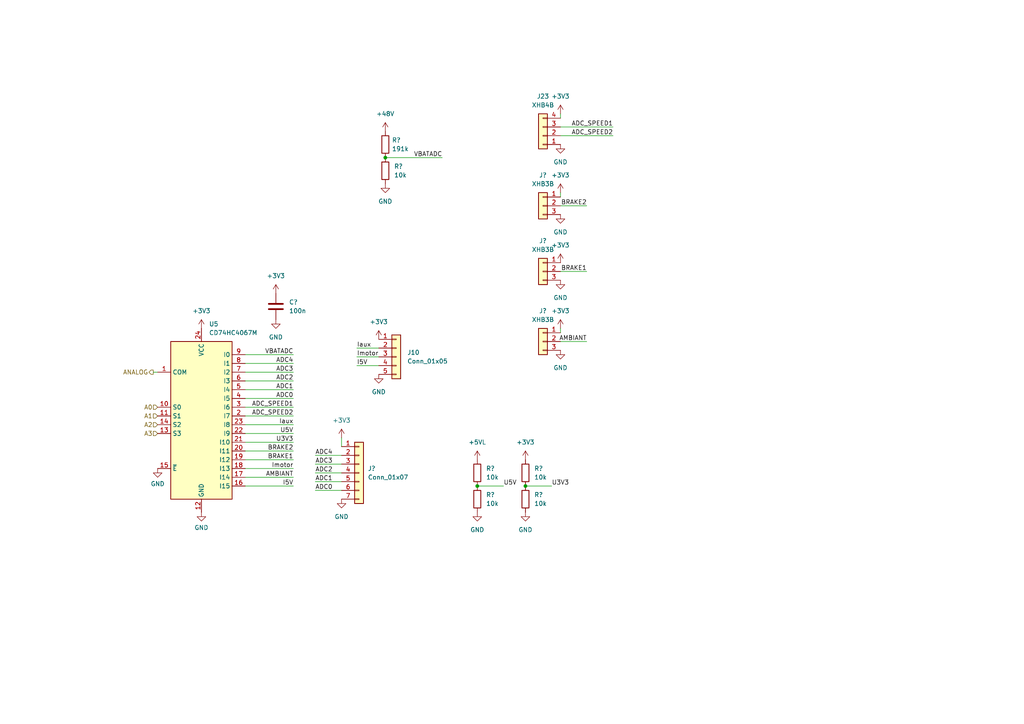
<source format=kicad_sch>
(kicad_sch (version 20230121) (generator eeschema)
  (paper "A4")
  (lib_symbols
    (symbol "74xx:CD74HC4067M"
      (property "Reference" "U" (at -8.89 22.86 0))
      (property "Value" "CD74HC4067M" (at 1.27 22.86 0))
      (symbol "CD74HC4067M_0_1"
        (rectangle (start -8.89 21.59) (end 8.89 -24.13) (stroke (width 0.254)) (fill (type background)))
      )
      (symbol "CD74HC4067M_1_1"
        (pin passive line (at -12.7 12.7 0) (length 3.81) (name "COM") (number "1"))
        (pin input line (at -12.7 2.54 0) (length 3.81) (name "S0") (number "10"))
        (pin input line (at -12.7 0 0) (length 3.81) (name "S1") (number "11"))
        (pin power_in line (at 0 -27.94 90) (length 3.81) (name "GND") (number "12"))
        (pin input line (at -12.7 -5.08 0) (length 3.81) (name "S3") (number "13"))
        (pin input line (at -12.7 -2.54 0) (length 3.81) (name "S2") (number "14"))
        (pin input line (at -12.7 -15.24 0) (length 3.81) (name "~{E}") (number "15"))
        (pin passive line (at 12.7 -20.32 180) (length 3.81) (name "I15") (number "16"))
        (pin passive line (at 12.7 -17.78 180) (length 3.81) (name "I14") (number "17"))
        (pin passive line (at 12.7 -15.24 180) (length 3.81) (name "I13") (number "18"))
        (pin passive line (at 12.7 -12.7 180) (length 3.81) (name "I12") (number "19"))
        (pin passive line (at 12.7 0 180) (length 3.81) (name "I7") (number "2"))
        (pin passive line (at 12.7 -10.16 180) (length 3.81) (name "I11") (number "20"))
        (pin passive line (at 12.7 -7.62 180) (length 3.81) (name "I10") (number "21"))
        (pin passive line (at 12.7 -5.08 180) (length 3.81) (name "I9") (number "22"))
        (pin passive line (at 12.7 -2.54 180) (length 3.81) (name "I8") (number "23"))
        (pin power_in line (at 0 25.4 270) (length 3.81) (name "VCC") (number "24"))
        (pin passive line (at 12.7 2.54 180) (length 3.81) (name "I6") (number "3"))
        (pin passive line (at 12.7 5.08 180) (length 3.81) (name "I5") (number "4"))
        (pin passive line (at 12.7 7.62 180) (length 3.81) (name "I4") (number "5"))
        (pin passive line (at 12.7 10.16 180) (length 3.81) (name "I3") (number "6"))
        (pin passive line (at 12.7 12.7 180) (length 3.81) (name "I2") (number "7"))
        (pin passive line (at 12.7 15.24 180) (length 3.81) (name "I1") (number "8"))
        (pin passive line (at 12.7 17.78 180) (length 3.81) (name "I0") (number "9"))
      )
    )
    (symbol "Connector_Generic:Conn_01x03" (pin_names (offset 1.016) hide)
      (property "Reference" "J" (at 0 5.08 0))
      (property "Value" "Conn_01x03" (at 0 -5.08 0))
      (symbol "Conn_01x03_1_1"
        (rectangle (start -1.27 -2.413) (end 0 -2.667) (stroke (width 0.1524)))
        (rectangle (start -1.27 0.127) (end 0 -0.127) (stroke (width 0.1524)))
        (rectangle (start -1.27 2.667) (end 0 2.413) (stroke (width 0.1524)))
        (rectangle (start -1.27 3.81) (end 1.27 -3.81) (stroke (width 0.254)) (fill (type background)))
        (pin passive line (at -5.08 2.54 0) (length 3.81) (name "Pin_1") (number "1"))
        (pin passive line (at -5.08 0 0) (length 3.81) (name "Pin_2") (number "2"))
        (pin passive line (at -5.08 -2.54 0) (length 3.81) (name "Pin_3") (number "3"))
      )
    )
    (symbol "Connector_Generic:Conn_01x04" (pin_names (offset 1.016) hide)
      (property "Reference" "J" (at 0 5.08 0))
      (property "Value" "Conn_01x04" (at 0 -7.62 0))
      (symbol "Conn_01x04_1_1"
        (rectangle (start -1.27 -4.953) (end 0 -5.207) (stroke (width 0.1524)))
        (rectangle (start -1.27 -2.413) (end 0 -2.667) (stroke (width 0.1524)))
        (rectangle (start -1.27 0.127) (end 0 -0.127) (stroke (width 0.1524)))
        (rectangle (start -1.27 2.667) (end 0 2.413) (stroke (width 0.1524)))
        (rectangle (start -1.27 3.81) (end 1.27 -6.35) (stroke (width 0.254)) (fill (type background)))
        (pin passive line (at -5.08 2.54 0) (length 3.81) (name "Pin_1") (number "1"))
        (pin passive line (at -5.08 0 0) (length 3.81) (name "Pin_2") (number "2"))
        (pin passive line (at -5.08 -2.54 0) (length 3.81) (name "Pin_3") (number "3"))
        (pin passive line (at -5.08 -5.08 0) (length 3.81) (name "Pin_4") (number "4"))
      )
    )
    (symbol "Connector_Generic:Conn_01x05" (pin_names (offset 1.016) hide)
      (property "Reference" "J" (at 0 7.62 0))
      (property "Value" "Conn_01x05" (at 0 -7.62 0))
      (symbol "Conn_01x05_1_1"
        (rectangle (start -1.27 -4.953) (end 0 -5.207) (stroke (width 0.1524)))
        (rectangle (start -1.27 -2.413) (end 0 -2.667) (stroke (width 0.1524)))
        (rectangle (start -1.27 0.127) (end 0 -0.127) (stroke (width 0.1524)))
        (rectangle (start -1.27 2.667) (end 0 2.413) (stroke (width 0.1524)))
        (rectangle (start -1.27 5.207) (end 0 4.953) (stroke (width 0.1524)))
        (rectangle (start -1.27 6.35) (end 1.27 -6.35) (stroke (width 0.254)) (fill (type background)))
        (pin passive line (at -5.08 5.08 0) (length 3.81) (name "Pin_1") (number "1"))
        (pin passive line (at -5.08 2.54 0) (length 3.81) (name "Pin_2") (number "2"))
        (pin passive line (at -5.08 0 0) (length 3.81) (name "Pin_3") (number "3"))
        (pin passive line (at -5.08 -2.54 0) (length 3.81) (name "Pin_4") (number "4"))
        (pin passive line (at -5.08 -5.08 0) (length 3.81) (name "Pin_5") (number "5"))
      )
    )
    (symbol "Connector_Generic:Conn_01x07" (pin_names (offset 1.016) hide)
      (property "Reference" "J" (at 0 10.16 0))
      (property "Value" "Conn_01x07" (at 0 -10.16 0))
      (symbol "Conn_01x07_1_1"
        (rectangle (start -1.27 -7.493) (end 0 -7.747) (stroke (width 0.1524)))
        (rectangle (start -1.27 -4.953) (end 0 -5.207) (stroke (width 0.1524)))
        (rectangle (start -1.27 -2.413) (end 0 -2.667) (stroke (width 0.1524)))
        (rectangle (start -1.27 0.127) (end 0 -0.127) (stroke (width 0.1524)))
        (rectangle (start -1.27 2.667) (end 0 2.413) (stroke (width 0.1524)))
        (rectangle (start -1.27 5.207) (end 0 4.953) (stroke (width 0.1524)))
        (rectangle (start -1.27 7.747) (end 0 7.493) (stroke (width 0.1524)))
        (rectangle (start -1.27 8.89) (end 1.27 -8.89) (stroke (width 0.254)) (fill (type background)))
        (pin passive line (at -5.08 7.62 0) (length 3.81) (name "Pin_1") (number "1"))
        (pin passive line (at -5.08 5.08 0) (length 3.81) (name "Pin_2") (number "2"))
        (pin passive line (at -5.08 2.54 0) (length 3.81) (name "Pin_3") (number "3"))
        (pin passive line (at -5.08 0 0) (length 3.81) (name "Pin_4") (number "4"))
        (pin passive line (at -5.08 -2.54 0) (length 3.81) (name "Pin_5") (number "5"))
        (pin passive line (at -5.08 -5.08 0) (length 3.81) (name "Pin_6") (number "6"))
        (pin passive line (at -5.08 -7.62 0) (length 3.81) (name "Pin_7") (number "7"))
      )
    )
    (symbol "Device:C" (pin_numbers hide) (pin_names (offset 0.254))
      (property "Reference" "C" (at 0.635 2.54 0))
      (property "Value" "C" (at 0.635 -2.54 0))
      (symbol "C_0_1"
        (polyline (pts (xy -2.032 -0.762) (xy 2.032 -0.762)) (stroke (width 0.508)))
        (polyline (pts (xy -2.032 0.762) (xy 2.032 0.762)) (stroke (width 0.508)))
      )
      (symbol "C_1_1"
        (pin passive line (at 0 3.81 270) (length 2.794) (name "~") (number "1"))
        (pin passive line (at 0 -3.81 90) (length 2.794) (name "~") (number "2"))
      )
    )
    (symbol "Device:R" (pin_numbers hide) (pin_names (offset 0))
      (property "Reference" "R" (at 2.032 0 90))
      (property "Value" "R" (at 0 0 90))
      (symbol "R_0_1"
        (rectangle (start -1.016 -2.54) (end 1.016 2.54) (stroke (width 0.254)))
      )
      (symbol "R_1_1"
        (pin passive line (at 0 3.81 270) (length 1.27) (name "~") (number "1"))
        (pin passive line (at 0 -3.81 90) (length 1.27) (name "~") (number "2"))
      )
    )
    (symbol "power:+3V3" (power) (pin_names (offset 0))
      (property "Value" "+3V3" (at 0 3.556 0))
      (symbol "+3V3_0_1"
        (polyline (pts (xy -0.762 1.27) (xy 0 2.54)))
        (polyline (pts (xy 0 0) (xy 0 2.54)))
        (polyline (pts (xy 0 2.54) (xy 0.762 1.27)))
      )
      (symbol "+3V3_1_1"
        (pin power_in line (at 0 0 90) (length 0) hide (name "+3V3") (number "1"))
      )
    )
    (symbol "power:+48V" (power) (pin_names (offset 0))
      (property "Value" "+48V" (at 0 3.556 0))
      (symbol "+48V_0_1"
        (polyline (pts (xy -0.762 1.27) (xy 0 2.54)))
        (polyline (pts (xy 0 0) (xy 0 2.54)))
        (polyline (pts (xy 0 2.54) (xy 0.762 1.27)))
      )
      (symbol "+48V_1_1"
        (pin power_in line (at 0 0 90) (length 0) hide (name "+48V") (number "1"))
      )
    )
    (symbol "power:+5VL" (power) (pin_names (offset 0))
      (property "Value" "+5VL" (at 0 3.556 0))
      (symbol "+5VL_0_1"
        (polyline (pts (xy -0.762 1.27) (xy 0 2.54)))
        (polyline (pts (xy 0 0) (xy 0 2.54)))
        (polyline (pts (xy 0 2.54) (xy 0.762 1.27)))
      )
      (symbol "+5VL_1_1"
        (pin power_in line (at 0 0 90) (length 0) hide (name "+5VL") (number "1"))
      )
    )
    (symbol "power:GND" (power) (pin_names (offset 0))
      (property "Value" "GND" (at 0 -3.81 0))
      (symbol "GND_0_1"
        (polyline (pts (xy 0 0) (xy 0 -1.27) (xy 1.27 -1.27) (xy 0 -2.54) (xy -1.27 -1.27) (xy 0 -1.27)))
      )
      (symbol "GND_1_1"
        (pin power_in line (at 0 0 270) (length 0) hide (name "GND") (number "1"))
      )
    )
  )
  (junction (at 138.43 140.97))
  (junction (at 111.76 45.72))
  (junction (at 152.4 140.97))
  (wire (pts (xy 71.12 105.41) (xy 85.09 105.41)))
  (wire (pts (xy 71.12 135.89) (xy 85.09 135.89)))
  (wire (pts (xy 71.12 140.97) (xy 85.09 140.97)))
  (wire (pts (xy 71.12 110.49) (xy 85.09 110.49)))
  (wire (pts (xy 71.12 113.03) (xy 85.09 113.03)))
  (wire (pts (xy 152.4 140.97) (xy 160.02 140.97)))
  (wire (pts (xy 71.12 130.81) (xy 85.09 130.81)))
  (wire (pts (xy 103.505 100.965) (xy 109.855 100.965)))
  (wire (pts (xy 162.56 55.88) (xy 162.56 57.15)))
  (wire (pts (xy 91.44 134.62) (xy 99.06 134.62)))
  (wire (pts (xy 162.56 59.69) (xy 170.18 59.69)))
  (wire (pts (xy 91.44 139.7) (xy 99.06 139.7)))
  (wire (pts (xy 162.56 33.02) (xy 162.56 34.29)))
  (wire (pts (xy 103.505 106.045) (xy 109.855 106.045)))
  (wire (pts (xy 71.12 115.57) (xy 85.09 115.57)))
  (wire (pts (xy 44.45 107.95) (xy 45.72 107.95)))
  (wire (pts (xy 162.56 99.06) (xy 170.18 99.06)))
  (wire (pts (xy 71.12 102.87) (xy 85.09 102.87)))
  (wire (pts (xy 99.06 127) (xy 99.06 129.54)))
  (wire (pts (xy 85.09 138.43) (xy 71.12 138.43)))
  (wire (pts (xy 71.12 120.65) (xy 85.09 120.65)))
  (wire (pts (xy 71.12 118.11) (xy 85.09 118.11)))
  (wire (pts (xy 162.56 36.83) (xy 177.8 36.83)))
  (wire (pts (xy 162.56 95.25) (xy 162.56 96.52)))
  (wire (pts (xy 91.44 137.16) (xy 99.06 137.16)))
  (wire (pts (xy 162.56 39.37) (xy 177.8 39.37)))
  (wire (pts (xy 71.12 107.95) (xy 85.09 107.95)))
  (wire (pts (xy 162.56 78.74) (xy 170.18 78.74)))
  (wire (pts (xy 103.505 103.505) (xy 109.855 103.505)))
  (wire (pts (xy 91.44 142.24) (xy 99.06 142.24)))
  (wire (pts (xy 71.12 123.19) (xy 85.09 123.19)))
  (wire (pts (xy 111.76 45.72) (xy 128.27 45.72)))
  (wire (pts (xy 138.43 140.97) (xy 146.05 140.97)))
  (wire (pts (xy 71.12 125.73) (xy 85.09 125.73)))
  (wire (pts (xy 71.12 133.35) (xy 85.09 133.35)))
  (wire (pts (xy 85.09 128.27) (xy 71.12 128.27)))
  (wire (pts (xy 91.44 132.08) (xy 99.06 132.08)))
  (label "I5V" (at 85.09 140.97 180))
  (label "ADC3" (at 91.44 134.62 0))
  (label "Iaux" (at 103.505 100.965 0))
  (label "ADC0" (at 91.44 142.24 0))
  (label "ADC2" (at 91.44 137.16 0))
  (label "ADC1" (at 91.44 139.7 0))
  (label "Iaux" (at 85.09 123.19 180))
  (label "U5V" (at 146.05 140.97 0))
  (label "VBATADC" (at 128.27 45.72 180))
  (label "BRAKE1" (at 170.18 78.74 180))
  (label "VBATADC" (at 85.09 102.87 180))
  (label "AMBIANT" (at 170.18 99.06 180))
  (label "U5V" (at 85.09 125.73 180))
  (label "I5V" (at 103.505 106.045 0))
  (label "AMBIANT" (at 85.09 138.43 180))
  (label "ADC_SPEED1" (at 85.09 118.11 180))
  (label "BRAKE2" (at 85.09 130.81 180))
  (label "ADC_SPEED1" (at 177.8 36.83 180))
  (label "U3V3" (at 85.09 128.27 180))
  (label "ADC0" (at 85.09 115.57 180))
  (label "ADC_SPEED2" (at 85.09 120.65 180))
  (label "ADC2" (at 85.09 110.49 180))
  (label "BRAKE1" (at 85.09 133.35 180))
  (label "BRAKE2" (at 170.18 59.69 180))
  (label "ADC4" (at 85.09 105.41 180))
  (label "ADC1" (at 85.09 113.03 180))
  (label "Imotor" (at 103.505 103.505 0))
  (label "ADC_SPEED2" (at 177.8 39.37 180))
  (label "ADC3" (at 85.09 107.95 180))
  (label "U3V3" (at 160.02 140.97 0))
  (label "ADC4" (at 91.44 132.08 0))
  (label "Imotor" (at 85.09 135.89 180))
  (hierarchical_label "ANALOG" (shape output) (at 44.45 107.95 180))
  (hierarchical_label "A0" (shape input) (at 45.72 118.11 180))
  (hierarchical_label "A2" (shape input) (at 45.72 123.19 180))
  (hierarchical_label "A1" (shape input) (at 45.72 120.65 180))
  (hierarchical_label "A3" (shape input) (at 45.72 125.73 180))
  (symbol (lib_id "power:GND") (at 109.855 108.585 0) (unit 1)
    (property "Reference" "#PWR?" (effects hide))
    (property "Value" "GND" (at 109.855 113.665 0))
    (instances (project "speedomobile" (path "" (reference "#PWR?") (unit 1)) (path "" (reference "#PWR08") (unit 1))))
  )
  (symbol (lib_id "Device:C") (at 80.01 88.9 0) (unit 1)
    (property "Reference" "C?" (at 83.82 87.63 0) (effects (justify left)))
    (property "Value" "100n" (at 83.82 90.17 0) (effects (justify left)))
    (property "Footprint" "Capacitor_SMD:C_1206_3216Metric" (effects hide))
    (property "mouser" " 80-C1206C104K5R " (effects hide))
    (instances (project "speedomobile" (path "" (reference "C?") (unit 1)) (path "" (reference "C4") (unit 1))))
  )
  (symbol (lib_id "power:+3V3") (at 109.855 98.425 0) (unit 1)
    (property "Reference" "#PWR?" (effects hide))
    (property "Value" "+3V3" (at 109.855 93.345 0))
    (instances (project "speedomobile" (path "" (reference "#PWR?") (unit 1)) (path "" (reference "#PWR05") (unit 1))))
  )
  (symbol (lib_id "power:GND") (at 162.56 81.28 0) (mirror y) (unit 1)
    (property "Reference" "#PWR?" (effects hide))
    (property "Value" "GND" (at 162.56 86.36 0))
    (instances (project "speedomobile" (path "" (reference "#PWR?") (unit 1)) (path "" (reference "#PWR066") (unit 1))))
  )
  (symbol (lib_id "power:GND") (at 58.42 148.59 0) (unit 1)
    (property "Reference" "#PWR?" (effects hide))
    (property "Value" "GND" (at 58.42 153.035 0))
    (instances (project "speedomobile" (path "" (reference "#PWR?") (unit 1)) (path "" (reference "#PWR050") (unit 1))))
  )
  (symbol (lib_id "power:+3V3") (at 99.06 127 0) (unit 1)
    (property "Reference" "#PWR?" (effects hide))
    (property "Value" "+3V3" (at 99.06 121.92 0))
    (instances (project "speedomobile" (path "" (reference "#PWR?") (unit 1)) (path "" (reference "#PWR028") (unit 1))))
  )
  (symbol (lib_id "power:GND") (at 45.72 135.89 0) (unit 1)
    (property "Reference" "#PWR?" (effects hide))
    (property "Value" "GND" (at 45.72 140.335 0))
    (instances (project "speedomobile" (path "" (reference "#PWR?") (unit 1)) (path "" (reference "#PWR048") (unit 1))))
  )
  (symbol (lib_id "power:+3V3") (at 162.56 55.88 0) (unit 1)
    (property "Reference" "#PWR?" (effects hide))
    (property "Value" "+3V3" (at 162.56 50.8 0))
    (instances (project "speedomobile" (path "" (reference "#PWR?") (unit 1)) (path "" (reference "#PWR032") (unit 1))))
  )
  (symbol (lib_id "power:GND") (at 138.43 148.59 0) (unit 1)
    (property "Reference" "#PWR?" (effects hide))
    (property "Value" "GND" (at 138.43 153.67 0))
    (instances (project "speedomobile" (path "" (reference "#PWR?") (unit 1)) (path "" (reference "#PWR058") (unit 1))))
  )
  (symbol (lib_id "power:+3V3") (at 162.56 33.02 0) (unit 1)
    (property "Reference" "#PWR?" (effects hide))
    (property "Value" "+3V3" (at 162.56 27.94 0))
    (instances (project "speedomobile" (path "" (reference "#PWR?") (unit 1)) (path "" (reference "#PWR033") (unit 1))))
  )
  (symbol (lib_id "Device:R") (at 111.76 49.53 0) (unit 1)
    (property "Reference" "R?" (at 114.3 48.2599 0) (effects (justify left)))
    (property "Value" "10k" (at 114.3 50.7999 0) (effects (justify left)))
    (property "Footprint" "Resistor_SMD:R_1206_3216Metric" (effects hide))
    (property "mouser" " 603-AC1206FR-0710KL " (effects hide))
    (instances (project "speedomobile" (path "" (reference "R?") (unit 1)) (path "" (reference "R8") (unit 1))))
  )
  (symbol (lib_id "Connector_Generic:Conn_01x03") (at 157.48 59.69 0) (mirror y) (unit 1)
    (property "Reference" "J?" (at 157.48 50.8 0))
    (property "Value" "XHB3B" (at 157.48 53.34 0))
    (property "Footprint" "Connector_JST:JST_XH_B3B-XH-A_1x03_P2.50mm_Vertical" (effects hide))
    (instances (project "speedomobile" (path "" (reference "J?") (unit 1)) (path "" (reference "J24") (unit 1))))
  )
  (symbol (lib_id "74xx:CD74HC4067M") (at 58.42 120.65 0) (unit 1)
    (property "Reference" "U5" (at 60.6141 93.98 0) (effects (justify left)))
    (property "Value" "CD74HC4067M" (at 60.6141 96.52 0) (effects (justify left)))
    (property "Footprint" "Package_SO:SOIC-24W_7.5x15.4mm_P1.27mm" (effects hide))
    (property "Datasheet" "http://www.ti.com/lit/ds/symlink/cd74hc4067.pdf" (effects hide))
    (property "mouser" " 771-74HC4067PW-T " (effects hide))
  )
  (symbol (lib_id "Connector_Generic:Conn_01x04") (at 157.48 39.37 180) (unit 1)
    (property "Reference" "J23" (at 157.48 27.94 0))
    (property "Value" "XHB4B" (at 157.48 30.48 0))
    (property "Footprint" "Connector_JST:JST_XH_B4B-XH-A_1x04_P2.50mm_Vertical" (effects hide))
  )
  (symbol (lib_id "power:GND") (at 111.76 53.34 0) (unit 1)
    (property "Reference" "#PWR056" (effects hide))
    (property "Value" "GND" (at 111.76 58.42 0))
  )
  (symbol (lib_id "Device:R") (at 138.43 137.16 0) (unit 1)
    (property "Reference" "R?" (at 140.97 135.89 0) (effects (justify left)))
    (property "Value" "10k" (at 140.97 138.43 0) (effects (justify left)))
    (property "Footprint" "Resistor_SMD:R_1206_3216Metric" (effects hide))
    (property "mouser" " 603-AC1206FR-0710KL " (effects hide))
    (instances (project "speedomobile" (path "" (reference "R?") (unit 1)) (path "" (reference "R10") (unit 1))))
  )
  (symbol (lib_id "power:+3V3") (at 80.01 85.09 0) (unit 1)
    (property "Reference" "#PWR?" (effects hide))
    (property "Value" "+3V3" (at 80.01 80.01 0))
    (instances (project "speedomobile" (path "" (reference "#PWR?") (unit 1)) (path "" (reference "#PWR026") (unit 1))))
  )
  (symbol (lib_id "Connector_Generic:Conn_01x07") (at 104.14 137.16 0) (unit 1)
    (property "Reference" "J?" (at 106.68 135.89 0) (effects (justify left)))
    (property "Value" "Conn_01x07" (at 106.68 138.43 0) (effects (justify left)))
    (property "Footprint" "Connector_JST:JST_XH_B7B-XH-A_1x07_P2.50mm_Vertical" (effects hide))
    (instances (project "speedomobile" (path "" (reference "J?") (unit 1)) (path "" (reference "J7") (unit 1)) (path "" (reference "J22") (unit 1))))
  )
  (symbol (lib_id "power:GND") (at 99.06 144.78 0) (unit 1)
    (property "Reference" "#PWR054" (effects hide))
    (property "Value" "GND" (at 99.06 149.86 0))
  )
  (symbol (lib_id "power:+48V") (at 111.76 38.1 0) (unit 1)
    (property "Reference" "#PWR055" (effects hide))
    (property "Value" "+48V" (at 111.76 33.02 0))
  )
  (symbol (lib_id "power:+3V3") (at 58.42 95.25 0) (unit 1)
    (property "Reference" "#PWR?" (effects hide))
    (property "Value" "+3V3" (at 58.42 90.17 0))
    (instances (project "speedomobile" (path "" (reference "#PWR?") (unit 1)) (path "" (reference "#PWR029") (unit 1))))
  )
  (symbol (lib_id "power:GND") (at 162.56 101.6 0) (unit 1)
    (property "Reference" "#PWR?" (effects hide))
    (property "Value" "GND" (at 162.56 106.68 0))
    (instances (project "speedomobile" (path "" (reference "#PWR?") (unit 1)) (path "" (reference "#PWR068") (unit 1))))
  )
  (symbol (lib_id "Device:R") (at 111.76 41.91 0) (unit 1)
    (property "Reference" "R?" (at 113.665 40.6399 0) (effects (justify left)))
    (property "Value" "191k" (at 113.665 43.1799 0) (effects (justify left)))
    (property "Footprint" "Resistor_SMD:R_1206_3216Metric" (effects hide))
    (property "mouser" " 660-RK73H2BTTD1913F " (effects hide))
    (instances (project "speedomobile" (path "" (reference "R?") (unit 1)) (path "" (reference "R7") (unit 1))))
  )
  (symbol (lib_id "Connector_Generic:Conn_01x03") (at 157.48 78.74 0) (mirror y) (unit 1)
    (property "Reference" "J?" (at 157.48 69.85 0))
    (property "Value" "XHB3B" (at 157.48 72.39 0))
    (property "Footprint" "Connector_JST:JST_XH_B3B-XH-A_1x03_P2.50mm_Vertical" (effects hide))
    (instances (project "speedomobile" (path "" (reference "J?") (unit 1)) (path "" (reference "J25") (unit 1))))
  )
  (symbol (lib_id "power:+3V3") (at 162.56 76.2 0) (unit 1)
    (property "Reference" "#PWR?" (effects hide))
    (property "Value" "+3V3" (at 162.56 71.12 0))
    (instances (project "speedomobile" (path "" (reference "#PWR?") (unit 1)) (path "" (reference "#PWR031") (unit 1))))
  )
  (symbol (lib_id "Device:R") (at 152.4 137.16 0) (unit 1)
    (property "Reference" "R?" (at 154.94 135.89 0) (effects (justify left)))
    (property "Value" "10k" (at 154.94 138.43 0) (effects (justify left)))
    (property "Footprint" "Resistor_SMD:R_1206_3216Metric" (effects hide))
    (property "mouser" " 603-AC1206FR-0710KL " (effects hide))
    (instances (project "speedomobile" (path "" (reference "R?") (unit 1)) (path "" (reference "R12") (unit 1))))
  )
  (symbol (lib_id "Connector_Generic:Conn_01x05") (at 114.935 103.505 0) (unit 1)
    (property "Reference" "J10" (at 118.11 102.235 0) (effects (justify left)))
    (property "Value" "Conn_01x05" (at 118.11 104.775 0) (effects (justify left)))
    (property "Footprint" "Connector_JST:JST_XH_B5B-XH-A_1x05_P2.50mm_Vertical" (effects hide))
  )
  (symbol (lib_id "Device:R") (at 152.4 144.78 0) (unit 1)
    (property "Reference" "R?" (at 154.94 143.51 0) (effects (justify left)))
    (property "Value" "10k" (at 154.94 146.05 0) (effects (justify left)))
    (property "Footprint" "Resistor_SMD:R_1206_3216Metric" (effects hide))
    (property "mouser" " 603-AC1206FR-0710KL " (effects hide))
    (instances (project "speedomobile" (path "" (reference "R?") (unit 1)) (path "" (reference "R13") (unit 1))))
  )
  (symbol (lib_id "power:GND") (at 152.4 148.59 0) (unit 1)
    (property "Reference" "#PWR?" (effects hide))
    (property "Value" "GND" (at 152.4 153.67 0))
    (instances (project "speedomobile" (path "" (reference "#PWR?") (unit 1)) (path "" (reference "#PWR060") (unit 1))))
  )
  (symbol (lib_id "Connector_Generic:Conn_01x03") (at 157.48 99.06 0) (mirror y) (unit 1)
    (property "Reference" "J?" (at 157.48 90.17 0))
    (property "Value" "XHB3B" (at 157.48 92.71 0))
    (property "Footprint" "Connector_JST:JST_XH_B3B-XH-A_1x03_P2.50mm_Vertical" (effects hide))
    (instances (project "speedomobile" (path "" (reference "J?") (unit 1)) (path "" (reference "J26") (unit 1))))
  )
  (symbol (lib_id "power:GND") (at 162.56 62.23 0) (unit 1)
    (property "Reference" "#PWR?" (effects hide))
    (property "Value" "GND" (at 162.56 67.31 0))
    (instances (project "speedomobile" (path "" (reference "#PWR?") (unit 1)) (path "" (reference "#PWR064") (unit 1))))
  )
  (symbol (lib_id "power:+3V3") (at 152.4 133.35 0) (unit 1)
    (property "Reference" "#PWR?" (effects hide))
    (property "Value" "+3V3" (at 152.4 128.27 0))
    (instances (project "speedomobile" (path "" (reference "#PWR?") (unit 1)) (path "" (reference "#PWR059") (unit 1))))
  )
  (symbol (lib_id "Device:R") (at 138.43 144.78 0) (unit 1)
    (property "Reference" "R?" (at 140.97 143.51 0) (effects (justify left)))
    (property "Value" "10k" (at 140.97 146.05 0) (effects (justify left)))
    (property "Footprint" "Resistor_SMD:R_1206_3216Metric" (effects hide))
    (property "mouser" " 603-AC1206FR-0710KL " (effects hide))
    (instances (project "speedomobile" (path "" (reference "R?") (unit 1)) (path "" (reference "R11") (unit 1))))
  )
  (symbol (lib_id "power:GND") (at 162.56 41.91 0) (unit 1)
    (property "Reference" "#PWR?" (effects hide))
    (property "Value" "GND" (at 162.56 46.99 0))
    (instances (project "speedomobile" (path "" (reference "#PWR?") (unit 1)) (path "" (reference "#PWR062") (unit 1))))
  )
  (symbol (lib_id "power:GND") (at 80.01 92.71 0) (unit 1)
    (property "Reference" "#PWR?" (effects hide))
    (property "Value" "GND" (at 80.01 97.79 0))
    (instances (project "speedomobile" (path "" (reference "#PWR?") (unit 1)) (path "" (reference "#PWR052") (unit 1))))
  )
  (symbol (lib_id "power:+3V3") (at 162.56 95.25 0) (unit 1)
    (property "Reference" "#PWR?" (effects hide))
    (property "Value" "+3V3" (at 162.56 90.17 0))
    (instances (project "speedomobile" (path "" (reference "#PWR?") (unit 1)) (path "" (reference "#PWR030") (unit 1))))
  )
  (symbol (lib_id "power:+5VL") (at 138.43 133.35 0) (unit 1)
    (property "Reference" "#PWR?" (effects hide))
    (property "Value" "+5VL" (at 138.43 128.27 0))
    (instances (project "speedomobile" (path "" (reference "#PWR?") (unit 1)) (path "" (reference "#PWR057") (unit 1))))
  )
)
</source>
